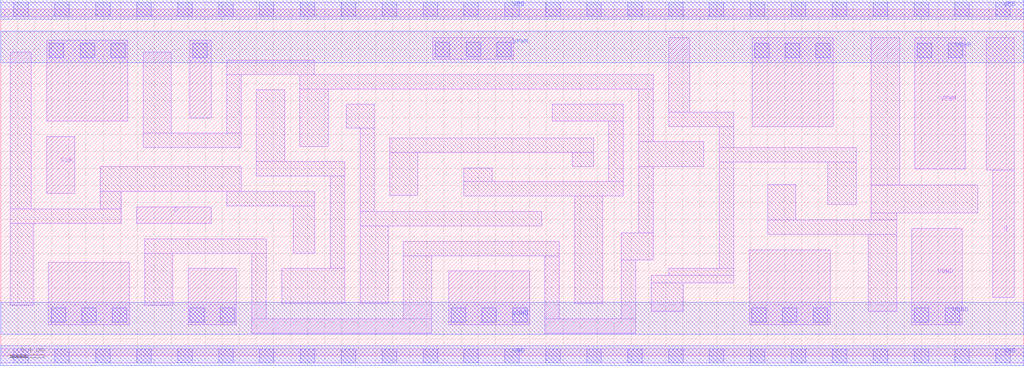
<source format=lef>
# Copyright 2020 The SkyWater PDK Authors
#
# Licensed under the Apache License, Version 2.0 (the "License");
# you may not use this file except in compliance with the License.
# You may obtain a copy of the License at
#
#     https://www.apache.org/licenses/LICENSE-2.0
#
# Unless required by applicable law or agreed to in writing, software
# distributed under the License is distributed on an "AS IS" BASIS,
# WITHOUT WARRANTIES OR CONDITIONS OF ANY KIND, either express or implied.
# See the License for the specific language governing permissions and
# limitations under the License.
#
# SPDX-License-Identifier: Apache-2.0

VERSION 5.7 ;
  NAMESCASESENSITIVE ON ;
  NOWIREEXTENSIONATPIN ON ;
  DIVIDERCHAR "/" ;
  BUSBITCHARS "[]" ;
UNITS
  DATABASE MICRONS 200 ;
END UNITS
MACRO sky130_fd_sc_hvl__dfxtp_1
  CLASS CORE ;
  SOURCE USER ;
  FOREIGN sky130_fd_sc_hvl__dfxtp_1 ;
  ORIGIN  0.000000  0.000000 ;
  SIZE  12.00000 BY  4.070000 ;
  SYMMETRY X Y ;
  SITE unithv ;
  PIN D
    ANTENNAGATEAREA  0.420000 ;
    DIRECTION INPUT ;
    USE SIGNAL ;
    PORT
      LAYER li1 ;
        RECT 1.595000 1.555000 2.470000 1.750000 ;
    END
  END D
  PIN Q
    ANTENNADIFFAREA  0.596250 ;
    DIRECTION OUTPUT ;
    USE SIGNAL ;
    PORT
      LAYER li1 ;
        RECT 11.560000 2.185000 11.890000 3.735000 ;
        RECT 11.640000 0.685000 11.890000 2.185000 ;
    END
  END Q
  PIN CLK
    ANTENNAGATEAREA  0.585000 ;
    DIRECTION INPUT ;
    USE CLOCK ;
    PORT
      LAYER li1 ;
        RECT 0.540000 1.905000 0.870000 2.575000 ;
    END
  END CLK
  PIN VGND
    DIRECTION INOUT ;
    USE GROUND ;
    PORT
      LAYER li1 ;
        RECT  0.560000 0.365000  1.510000 1.095000 ;
        RECT  2.200000 0.365000  2.765000 1.025000 ;
        RECT  5.255000 0.365000  6.205000 0.995000 ;
        RECT  8.780000 0.365000  9.730000 1.245000 ;
        RECT 10.690000 0.365000 11.280000 1.495000 ;
      LAYER mcon ;
        RECT  0.590000 0.395000  0.760000 0.565000 ;
        RECT  0.950000 0.395000  1.120000 0.565000 ;
        RECT  1.310000 0.395000  1.480000 0.565000 ;
        RECT  2.215000 0.395000  2.385000 0.565000 ;
        RECT  2.575000 0.395000  2.745000 0.565000 ;
        RECT  5.285000 0.395000  5.455000 0.565000 ;
        RECT  5.645000 0.395000  5.815000 0.565000 ;
        RECT  6.005000 0.395000  6.175000 0.565000 ;
        RECT  8.810000 0.395000  8.980000 0.565000 ;
        RECT  9.170000 0.395000  9.340000 0.565000 ;
        RECT  9.530000 0.395000  9.700000 0.565000 ;
        RECT 10.720000 0.395000 10.890000 0.565000 ;
        RECT 11.080000 0.395000 11.250000 0.565000 ;
      LAYER met1 ;
        RECT 0.000000 0.255000 12.000000 0.625000 ;
    END
  END VGND
  PIN VNB
    DIRECTION INOUT ;
    USE GROUND ;
    PORT
      LAYER li1 ;
        RECT 0.000000 -0.085000 12.000000 0.085000 ;
      LAYER mcon ;
        RECT  0.155000 -0.085000  0.325000 0.085000 ;
        RECT  0.635000 -0.085000  0.805000 0.085000 ;
        RECT  1.115000 -0.085000  1.285000 0.085000 ;
        RECT  1.595000 -0.085000  1.765000 0.085000 ;
        RECT  2.075000 -0.085000  2.245000 0.085000 ;
        RECT  2.555000 -0.085000  2.725000 0.085000 ;
        RECT  3.035000 -0.085000  3.205000 0.085000 ;
        RECT  3.515000 -0.085000  3.685000 0.085000 ;
        RECT  3.995000 -0.085000  4.165000 0.085000 ;
        RECT  4.475000 -0.085000  4.645000 0.085000 ;
        RECT  4.955000 -0.085000  5.125000 0.085000 ;
        RECT  5.435000 -0.085000  5.605000 0.085000 ;
        RECT  5.915000 -0.085000  6.085000 0.085000 ;
        RECT  6.395000 -0.085000  6.565000 0.085000 ;
        RECT  6.875000 -0.085000  7.045000 0.085000 ;
        RECT  7.355000 -0.085000  7.525000 0.085000 ;
        RECT  7.835000 -0.085000  8.005000 0.085000 ;
        RECT  8.315000 -0.085000  8.485000 0.085000 ;
        RECT  8.795000 -0.085000  8.965000 0.085000 ;
        RECT  9.275000 -0.085000  9.445000 0.085000 ;
        RECT  9.755000 -0.085000  9.925000 0.085000 ;
        RECT 10.235000 -0.085000 10.405000 0.085000 ;
        RECT 10.715000 -0.085000 10.885000 0.085000 ;
        RECT 11.195000 -0.085000 11.365000 0.085000 ;
        RECT 11.675000 -0.085000 11.845000 0.085000 ;
      LAYER met1 ;
        RECT 0.000000 -0.115000 12.000000 0.115000 ;
    END
  END VNB
  PIN VPB
    DIRECTION INOUT ;
    USE POWER ;
    PORT
      LAYER li1 ;
        RECT 0.000000 3.985000 12.000000 4.155000 ;
      LAYER mcon ;
        RECT  0.155000 3.985000  0.325000 4.155000 ;
        RECT  0.635000 3.985000  0.805000 4.155000 ;
        RECT  1.115000 3.985000  1.285000 4.155000 ;
        RECT  1.595000 3.985000  1.765000 4.155000 ;
        RECT  2.075000 3.985000  2.245000 4.155000 ;
        RECT  2.555000 3.985000  2.725000 4.155000 ;
        RECT  3.035000 3.985000  3.205000 4.155000 ;
        RECT  3.515000 3.985000  3.685000 4.155000 ;
        RECT  3.995000 3.985000  4.165000 4.155000 ;
        RECT  4.475000 3.985000  4.645000 4.155000 ;
        RECT  4.955000 3.985000  5.125000 4.155000 ;
        RECT  5.435000 3.985000  5.605000 4.155000 ;
        RECT  5.915000 3.985000  6.085000 4.155000 ;
        RECT  6.395000 3.985000  6.565000 4.155000 ;
        RECT  6.875000 3.985000  7.045000 4.155000 ;
        RECT  7.355000 3.985000  7.525000 4.155000 ;
        RECT  7.835000 3.985000  8.005000 4.155000 ;
        RECT  8.315000 3.985000  8.485000 4.155000 ;
        RECT  8.795000 3.985000  8.965000 4.155000 ;
        RECT  9.275000 3.985000  9.445000 4.155000 ;
        RECT  9.755000 3.985000  9.925000 4.155000 ;
        RECT 10.235000 3.985000 10.405000 4.155000 ;
        RECT 10.715000 3.985000 10.885000 4.155000 ;
        RECT 11.195000 3.985000 11.365000 4.155000 ;
        RECT 11.675000 3.985000 11.845000 4.155000 ;
      LAYER met1 ;
        RECT 0.000000 3.955000 12.000000 4.185000 ;
    END
  END VPB
  PIN VPWR
    DIRECTION INOUT ;
    USE POWER ;
    PORT
      LAYER li1 ;
        RECT  0.540000 2.755000  1.490000 3.705000 ;
        RECT  2.220000 2.795000  2.470000 3.705000 ;
        RECT  5.070000 3.485000  6.020000 3.735000 ;
        RECT  8.815000 2.695000  9.765000 3.735000 ;
        RECT 10.725000 2.195000 11.315000 3.735000 ;
      LAYER mcon ;
        RECT  0.570000 3.505000  0.740000 3.675000 ;
        RECT  0.930000 3.505000  1.100000 3.675000 ;
        RECT  1.290000 3.505000  1.460000 3.675000 ;
        RECT  2.250000 3.505000  2.420000 3.675000 ;
        RECT  5.100000 3.515000  5.270000 3.685000 ;
        RECT  5.460000 3.515000  5.630000 3.685000 ;
        RECT  5.820000 3.515000  5.990000 3.685000 ;
        RECT  8.845000 3.505000  9.015000 3.675000 ;
        RECT  9.205000 3.505000  9.375000 3.675000 ;
        RECT  9.565000 3.505000  9.735000 3.675000 ;
        RECT 10.755000 3.505000 10.925000 3.675000 ;
        RECT 11.115000 3.505000 11.285000 3.675000 ;
      LAYER met1 ;
        RECT 0.000000 3.445000 12.000000 3.815000 ;
    END
  END VPWR
  OBS
    LAYER li1 ;
      RECT  0.110000 0.595000  0.380000 1.555000 ;
      RECT  0.110000 1.555000  1.415000 1.725000 ;
      RECT  0.110000 1.725000  0.360000 3.565000 ;
      RECT  1.165000 1.725000  1.415000 1.930000 ;
      RECT  1.165000 1.930000  2.820000 2.225000 ;
      RECT  1.670000 2.445000  2.820000 2.615000 ;
      RECT  1.670000 2.615000  2.000000 3.565000 ;
      RECT  1.690000 0.595000  2.020000 1.205000 ;
      RECT  1.690000 1.205000  3.115000 1.375000 ;
      RECT  2.650000 1.760000  3.685000 1.930000 ;
      RECT  2.650000 2.615000  2.820000 3.305000 ;
      RECT  2.650000 3.305000  3.680000 3.475000 ;
      RECT  2.945000 0.265000  5.055000 0.435000 ;
      RECT  2.945000 0.435000  3.115000 1.205000 ;
      RECT  3.000000 2.110000  4.035000 2.280000 ;
      RECT  3.000000 2.280000  3.330000 3.125000 ;
      RECT  3.295000 0.615000  4.035000 1.025000 ;
      RECT  3.430000 1.205000  3.685000 1.760000 ;
      RECT  3.510000 2.460000  3.840000 3.135000 ;
      RECT  3.510000 3.135000  7.655000 3.305000 ;
      RECT  3.865000 1.025000  4.035000 2.110000 ;
      RECT  4.055000 2.675000  4.385000 2.955000 ;
      RECT  4.215000 0.615000  4.545000 1.525000 ;
      RECT  4.215000 1.525000  6.345000 1.695000 ;
      RECT  4.215000 1.695000  4.385000 2.675000 ;
      RECT  4.565000 1.885000  4.890000 2.385000 ;
      RECT  4.565000 2.385000  6.955000 2.555000 ;
      RECT  4.725000 0.435000  5.055000 1.175000 ;
      RECT  4.725000 1.175000  6.555000 1.345000 ;
      RECT  5.435000 1.875000  7.305000 2.045000 ;
      RECT  5.435000 2.045000  5.765000 2.205000 ;
      RECT  6.385000 0.265000  7.450000 0.435000 ;
      RECT  6.385000 0.435000  6.555000 1.175000 ;
      RECT  6.470000 2.755000  7.305000 2.955000 ;
      RECT  6.705000 2.225000  6.955000 2.385000 ;
      RECT  6.735000 0.615000  7.065000 1.875000 ;
      RECT  7.135000 2.045000  7.305000 2.755000 ;
      RECT  7.280000 0.435000  7.450000 1.125000 ;
      RECT  7.280000 1.125000  7.655000 1.445000 ;
      RECT  7.485000 1.445000  7.655000 2.225000 ;
      RECT  7.485000 2.225000  8.250000 2.515000 ;
      RECT  7.485000 2.515000  7.655000 3.135000 ;
      RECT  7.630000 0.525000  8.005000 0.855000 ;
      RECT  7.630000 0.855000  8.600000 0.945000 ;
      RECT  7.835000 0.945000  8.600000 1.025000 ;
      RECT  7.835000 2.695000  8.600000 2.865000 ;
      RECT  7.835000 2.865000  8.085000 3.735000 ;
      RECT  8.430000 1.025000  8.600000 2.275000 ;
      RECT  8.430000 2.275000 10.035000 2.445000 ;
      RECT  8.430000 2.445000  8.600000 2.695000 ;
      RECT  9.000000 1.425000 10.510000 1.595000 ;
      RECT  9.000000 1.595000  9.330000 2.015000 ;
      RECT  9.705000 1.775000 10.035000 2.275000 ;
      RECT 10.180000 0.525000 10.510000 1.425000 ;
      RECT 10.215000 1.595000 10.510000 1.675000 ;
      RECT 10.215000 1.675000 11.460000 2.005000 ;
      RECT 10.215000 2.005000 10.545000 3.735000 ;
  END
END sky130_fd_sc_hvl__dfxtp_1

</source>
